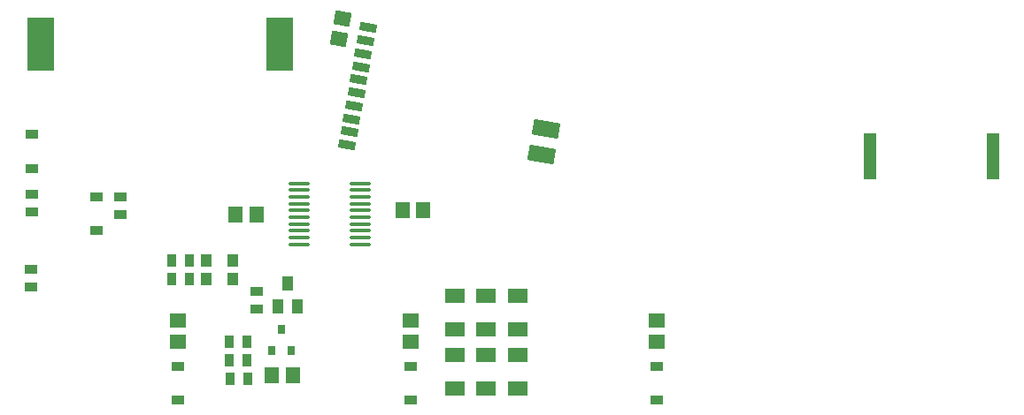
<source format=gtp>
G04*
G04 #@! TF.GenerationSoftware,Altium Limited,Altium Designer,19.0.15 (446)*
G04*
G04 Layer_Color=8421504*
%FSLAX25Y25*%
%MOIN*%
G70*
G01*
G75*
%ADD17R,0.03347X0.05118*%
%ADD18R,0.03150X0.03543*%
%ADD19R,0.05118X0.03347*%
%ADD20R,0.06102X0.05315*%
%ADD21R,0.03937X0.05512*%
%ADD22R,0.05315X0.06102*%
%ADD23R,0.04803X0.03602*%
%ADD24R,0.07480X0.05315*%
%ADD25R,0.04331X0.04921*%
G04:AMPARAMS|DCode=26|XSize=62.99mil|YSize=31.5mil|CornerRadius=0mil|HoleSize=0mil|Usage=FLASHONLY|Rotation=350.000|XOffset=0mil|YOffset=0mil|HoleType=Round|Shape=Rectangle|*
%AMROTATEDRECTD26*
4,1,4,-0.03375,-0.01004,-0.02828,0.02098,0.03375,0.01004,0.02828,-0.02098,-0.03375,-0.01004,0.0*
%
%ADD26ROTATEDRECTD26*%

G04:AMPARAMS|DCode=27|XSize=100mil|YSize=59.06mil|CornerRadius=0mil|HoleSize=0mil|Usage=FLASHONLY|Rotation=350.000|XOffset=0mil|YOffset=0mil|HoleType=Round|Shape=Rectangle|*
%AMROTATEDRECTD27*
4,1,4,-0.05437,-0.02040,-0.04411,0.03776,0.05437,0.02040,0.04411,-0.03776,-0.05437,-0.02040,0.0*
%
%ADD27ROTATEDRECTD27*%

%ADD28R,0.05118X0.17717*%
%ADD29O,0.08268X0.01378*%
G04:AMPARAMS|DCode=30|XSize=61.02mil|YSize=53.15mil|CornerRadius=0mil|HoleSize=0mil|Usage=FLASHONLY|Rotation=350.000|XOffset=0mil|YOffset=0mil|HoleType=Round|Shape=Rectangle|*
%AMROTATEDRECTD30*
4,1,4,-0.03466,-0.02087,-0.02543,0.03147,0.03466,0.02087,0.02543,-0.03147,-0.03466,-0.02087,0.0*
%
%ADD30ROTATEDRECTD30*%

%ADD31R,0.09843X0.20079*%
D17*
X86417Y19718D02*
D03*
X93110D02*
D03*
X93307Y5512D02*
D03*
X86614D02*
D03*
X86417Y12615D02*
D03*
X93110D02*
D03*
X64567Y43307D02*
D03*
X71260D02*
D03*
Y50197D02*
D03*
X64567D02*
D03*
D18*
X102165Y16355D02*
D03*
X109646D02*
D03*
X105905Y24229D02*
D03*
D19*
X96457Y38780D02*
D03*
Y32087D02*
D03*
X11693Y40354D02*
D03*
Y47047D02*
D03*
X11811Y75197D02*
D03*
Y68504D02*
D03*
X45276Y67520D02*
D03*
Y74213D02*
D03*
D20*
X247244Y27559D02*
D03*
Y19685D02*
D03*
X154774Y27559D02*
D03*
Y19685D02*
D03*
X66929Y27559D02*
D03*
Y19685D02*
D03*
D21*
X104528Y33071D02*
D03*
X112008D02*
D03*
X108268Y41732D02*
D03*
D22*
X110236Y7087D02*
D03*
X102362D02*
D03*
X159449Y69193D02*
D03*
X151575D02*
D03*
X88583Y67520D02*
D03*
X96457D02*
D03*
D23*
X66929Y10384D02*
D03*
Y-2510D02*
D03*
X154774Y10384D02*
D03*
Y-2510D02*
D03*
X247244Y10384D02*
D03*
Y-2510D02*
D03*
X11811Y97894D02*
D03*
Y85000D02*
D03*
X36417Y61466D02*
D03*
Y74360D02*
D03*
D24*
X171260Y1969D02*
D03*
Y14567D02*
D03*
Y24252D02*
D03*
Y36850D02*
D03*
X194882Y24252D02*
D03*
Y36850D02*
D03*
X183071Y24252D02*
D03*
Y36850D02*
D03*
X194882Y1969D02*
D03*
Y14567D02*
D03*
X183071Y1969D02*
D03*
Y14567D02*
D03*
D25*
X77756Y43307D02*
D03*
X87598D02*
D03*
X77756Y50197D02*
D03*
X87598D02*
D03*
D26*
X138502Y138212D02*
D03*
X137634Y133288D02*
D03*
X136766Y128364D02*
D03*
X135897Y123440D02*
D03*
X135029Y118516D02*
D03*
X134161Y113592D02*
D03*
X133293Y108667D02*
D03*
X132424Y103743D02*
D03*
X131556Y98819D02*
D03*
X130688Y93895D02*
D03*
D27*
X203801Y90238D02*
D03*
X205504Y99892D02*
D03*
D28*
X327756Y89686D02*
D03*
X373819D02*
D03*
D29*
X112638Y79429D02*
D03*
Y76870D02*
D03*
Y74311D02*
D03*
Y71752D02*
D03*
Y69193D02*
D03*
Y66634D02*
D03*
Y64075D02*
D03*
Y61516D02*
D03*
Y58957D02*
D03*
Y56398D02*
D03*
X135472Y79429D02*
D03*
Y76870D02*
D03*
Y74311D02*
D03*
Y71752D02*
D03*
Y69193D02*
D03*
Y66634D02*
D03*
Y64075D02*
D03*
Y61516D02*
D03*
Y58957D02*
D03*
Y56398D02*
D03*
D30*
X129098Y141673D02*
D03*
X127730Y133918D02*
D03*
D31*
X15299Y131890D02*
D03*
X105299D02*
D03*
M02*

</source>
